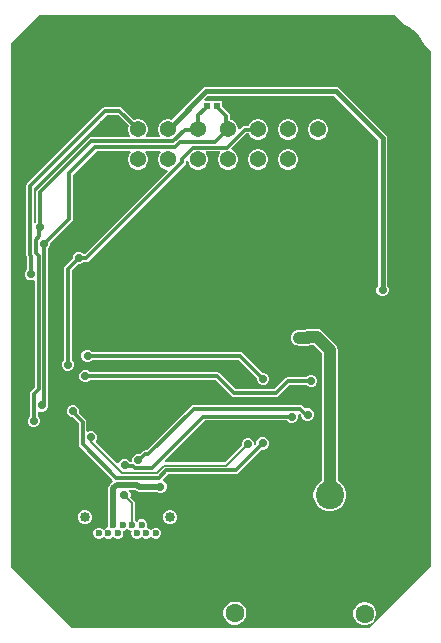
<source format=gbl>
G04*
G04 #@! TF.GenerationSoftware,Altium Limited,Altium Designer,21.6.1 (37)*
G04*
G04 Layer_Physical_Order=2*
G04 Layer_Color=16711680*
%FSLAX44Y44*%
%MOMM*%
G71*
G04*
G04 #@! TF.SameCoordinates,5872C4F4-FB42-489D-B6BF-DE351544A3BA*
G04*
G04*
G04 #@! TF.FilePolarity,Positive*
G04*
G01*
G75*
%ADD10C,0.2000*%
%ADD30R,0.5600X0.6000*%
%ADD64C,0.6000*%
%ADD75C,0.3000*%
%ADD76C,0.6000*%
%ADD77C,1.0000*%
%ADD78C,0.5000*%
%ADD79C,0.4000*%
%ADD81C,7.0000*%
%ADD82C,0.4000*%
G04:AMPARAMS|DCode=83|XSize=2.4mm|YSize=2.4mm|CornerRadius=0.6mm|HoleSize=0mm|Usage=FLASHONLY|Rotation=90.000|XOffset=0mm|YOffset=0mm|HoleType=Round|Shape=RoundedRectangle|*
%AMROUNDEDRECTD83*
21,1,2.4000,1.2000,0,0,90.0*
21,1,1.2000,2.4000,0,0,90.0*
1,1,1.2000,0.6000,0.6000*
1,1,1.2000,0.6000,-0.6000*
1,1,1.2000,-0.6000,-0.6000*
1,1,1.2000,-0.6000,0.6000*
%
%ADD83ROUNDEDRECTD83*%
%ADD84C,2.4000*%
%ADD85C,1.6000*%
%ADD86O,0.9000X1.8000*%
%ADD87O,1.5000X0.9000*%
%ADD88C,0.8500*%
%ADD89C,1.3700*%
%ADD90R,1.3700X1.3700*%
%ADD91C,0.7000*%
G36*
X445194Y420451D02*
X475701Y389944D01*
X475701Y-45944D01*
X423694Y-97951D01*
X170805Y-97951D01*
X119798Y-46944D01*
X119799Y395944D01*
X144306Y420451D01*
X445194Y420451D01*
D02*
G37*
%LPC*%
G36*
X395250Y360023D02*
X395250Y360023D01*
X285550D01*
X285550Y360023D01*
X284106Y359735D01*
X282882Y358918D01*
X282882Y358918D01*
X255973Y332009D01*
X254326Y332450D01*
X252074D01*
X249900Y331867D01*
X247950Y330742D01*
X246358Y329150D01*
X245233Y327200D01*
X244650Y325026D01*
Y322774D01*
X245233Y320600D01*
X246358Y318650D01*
X246722Y318286D01*
X246236Y317113D01*
X234764D01*
X234278Y318286D01*
X234642Y318650D01*
X235767Y320600D01*
X236350Y322774D01*
Y325026D01*
X235767Y327200D01*
X234642Y329150D01*
X233050Y330742D01*
X231100Y331867D01*
X228926Y332450D01*
X226674D01*
X224500Y331867D01*
X224466Y331848D01*
X214257Y342057D01*
X213199Y342764D01*
X211950Y343013D01*
X200025D01*
X198776Y342764D01*
X197717Y342057D01*
X134043Y278382D01*
X133336Y277324D01*
X133087Y276075D01*
Y217610D01*
X133336Y216361D01*
X133737Y215760D01*
Y205341D01*
X132592Y204196D01*
X131800Y202284D01*
Y200216D01*
X132592Y198304D01*
X134054Y196842D01*
X135966Y196050D01*
X138034D01*
X139167Y196519D01*
X140437Y195674D01*
Y105576D01*
X137243Y102382D01*
X136536Y101323D01*
X136287Y100075D01*
Y86654D01*
X136441Y85881D01*
Y81295D01*
X135092Y79946D01*
X134300Y78034D01*
Y75966D01*
X135092Y74054D01*
X136554Y72592D01*
X138466Y71800D01*
X140534D01*
X142446Y72592D01*
X143908Y74054D01*
X144700Y75966D01*
Y78034D01*
X143908Y79946D01*
X142966Y80887D01*
Y84607D01*
X144236Y85456D01*
X145216Y85050D01*
X147284D01*
X149196Y85842D01*
X150658Y87304D01*
X151450Y89216D01*
Y91284D01*
X151194Y91903D01*
X151414Y92234D01*
X151663Y93482D01*
Y223309D01*
X152158Y223804D01*
X152950Y225716D01*
Y227336D01*
X171632Y246018D01*
X172339Y247076D01*
X172588Y248325D01*
Y285474D01*
X193001Y305887D01*
X221300D01*
X221826Y304617D01*
X220958Y303750D01*
X219833Y301800D01*
X219250Y299626D01*
Y297374D01*
X219833Y295200D01*
X220958Y293250D01*
X222550Y291658D01*
X224500Y290533D01*
X226674Y289950D01*
X228926D01*
X231100Y290533D01*
X233050Y291658D01*
X234642Y293250D01*
X235767Y295200D01*
X236350Y297374D01*
Y299626D01*
X235767Y301800D01*
X234642Y303750D01*
X233774Y304617D01*
X234300Y305887D01*
X246700D01*
X247226Y304617D01*
X246358Y303750D01*
X245233Y301800D01*
X244650Y299626D01*
Y297374D01*
X245233Y295200D01*
X246358Y293250D01*
X247950Y291658D01*
X249900Y290533D01*
X252074Y289950D01*
X252589D01*
X253075Y288777D01*
X182561Y218263D01*
X181591D01*
X180446Y219408D01*
X178534Y220200D01*
X176466D01*
X174554Y219408D01*
X173092Y217946D01*
X172300Y216034D01*
Y214414D01*
X165943Y208057D01*
X165236Y206999D01*
X164987Y205750D01*
Y128841D01*
X163842Y127696D01*
X163050Y125784D01*
Y123716D01*
X163842Y121804D01*
X165304Y120342D01*
X167216Y119550D01*
X169284D01*
X171196Y120342D01*
X172658Y121804D01*
X173450Y123716D01*
Y125784D01*
X172658Y127696D01*
X171513Y128841D01*
Y204399D01*
X176914Y209800D01*
X178534D01*
X180446Y210592D01*
X181591Y211737D01*
X183913D01*
X185161Y211986D01*
X186220Y212693D01*
X267357Y293830D01*
X268064Y294889D01*
X268313Y296137D01*
Y297280D01*
X268780Y297634D01*
X269287Y297530D01*
X270133Y297066D01*
X270633Y295200D01*
X271758Y293250D01*
X273350Y291658D01*
X275300Y290533D01*
X277474Y289950D01*
X279726D01*
X281900Y290533D01*
X283850Y291658D01*
X285442Y293250D01*
X286567Y295200D01*
X287150Y297374D01*
Y299626D01*
X286567Y301800D01*
X285442Y303750D01*
X285078Y304114D01*
X285564Y305287D01*
X297036D01*
X297522Y304114D01*
X297158Y303750D01*
X296033Y301800D01*
X295450Y299626D01*
Y297374D01*
X296033Y295200D01*
X297158Y293250D01*
X298750Y291658D01*
X300700Y290533D01*
X302874Y289950D01*
X305126D01*
X307300Y290533D01*
X309250Y291658D01*
X310842Y293250D01*
X311967Y295200D01*
X312550Y297374D01*
Y299626D01*
X311967Y301800D01*
X310842Y303750D01*
X309250Y305342D01*
X307300Y306467D01*
X307024Y306541D01*
X306695Y307768D01*
X319401Y320475D01*
X321505D01*
X322558Y318650D01*
X324150Y317058D01*
X326100Y315933D01*
X328274Y315350D01*
X330526D01*
X332700Y315933D01*
X334650Y317058D01*
X336242Y318650D01*
X337367Y320600D01*
X337950Y322774D01*
Y325026D01*
X337367Y327200D01*
X336242Y329150D01*
X334650Y330742D01*
X332700Y331867D01*
X330526Y332450D01*
X328274D01*
X326100Y331867D01*
X324150Y330742D01*
X322558Y329150D01*
X321433Y327200D01*
X321379Y327000D01*
X318050D01*
X316801Y326752D01*
X315743Y326044D01*
X313723Y324025D01*
X312550Y324511D01*
Y325026D01*
X311967Y327200D01*
X310842Y329150D01*
X309250Y330742D01*
X307300Y331867D01*
X305913Y332239D01*
Y335250D01*
X305664Y336499D01*
X304957Y337557D01*
X299100Y343414D01*
Y348200D01*
X284494D01*
X284008Y349373D01*
X287113Y352477D01*
X393687D01*
X430978Y315187D01*
Y191331D01*
X430342Y190696D01*
X429550Y188784D01*
Y186716D01*
X430342Y184804D01*
X431804Y183342D01*
X433716Y182550D01*
X435784D01*
X437696Y183342D01*
X439158Y184804D01*
X439950Y186716D01*
Y188784D01*
X439158Y190696D01*
X438522Y191331D01*
Y316750D01*
X438522Y316750D01*
X438235Y318194D01*
X437418Y319418D01*
X397918Y358918D01*
X396694Y359735D01*
X395250Y360023D01*
D02*
G37*
G36*
X381326Y332450D02*
X379074D01*
X376900Y331867D01*
X374950Y330742D01*
X373358Y329150D01*
X372233Y327200D01*
X371650Y325026D01*
Y322774D01*
X372233Y320600D01*
X373358Y318650D01*
X374950Y317058D01*
X376900Y315933D01*
X379074Y315350D01*
X381326D01*
X383500Y315933D01*
X385450Y317058D01*
X387042Y318650D01*
X388167Y320600D01*
X388750Y322774D01*
Y325026D01*
X388167Y327200D01*
X387042Y329150D01*
X385450Y330742D01*
X383500Y331867D01*
X381326Y332450D01*
D02*
G37*
G36*
X355926D02*
X353674D01*
X351500Y331867D01*
X349550Y330742D01*
X347958Y329150D01*
X346833Y327200D01*
X346250Y325026D01*
Y322774D01*
X346833Y320600D01*
X347958Y318650D01*
X349550Y317058D01*
X351500Y315933D01*
X353674Y315350D01*
X355926D01*
X358100Y315933D01*
X360050Y317058D01*
X361642Y318650D01*
X362767Y320600D01*
X363350Y322774D01*
Y325026D01*
X362767Y327200D01*
X361642Y329150D01*
X360050Y330742D01*
X358100Y331867D01*
X355926Y332450D01*
D02*
G37*
G36*
Y307050D02*
X353674D01*
X351500Y306467D01*
X349550Y305342D01*
X347958Y303750D01*
X346833Y301800D01*
X346250Y299626D01*
Y297374D01*
X346833Y295200D01*
X347958Y293250D01*
X349550Y291658D01*
X351500Y290533D01*
X353674Y289950D01*
X355926D01*
X358100Y290533D01*
X360050Y291658D01*
X361642Y293250D01*
X362767Y295200D01*
X363350Y297374D01*
Y299626D01*
X362767Y301800D01*
X361642Y303750D01*
X360050Y305342D01*
X358100Y306467D01*
X355926Y307050D01*
D02*
G37*
G36*
X330526D02*
X328274D01*
X326100Y306467D01*
X324150Y305342D01*
X322558Y303750D01*
X321433Y301800D01*
X320850Y299626D01*
Y297374D01*
X321433Y295200D01*
X322558Y293250D01*
X324150Y291658D01*
X326100Y290533D01*
X328274Y289950D01*
X330526D01*
X332700Y290533D01*
X334650Y291658D01*
X336242Y293250D01*
X337367Y295200D01*
X337950Y297374D01*
Y299626D01*
X337367Y301800D01*
X336242Y303750D01*
X334650Y305342D01*
X332700Y306467D01*
X330526Y307050D01*
D02*
G37*
G36*
X186034Y137450D02*
X183966D01*
X182054Y136658D01*
X180592Y135196D01*
X179800Y133284D01*
Y131216D01*
X180592Y129304D01*
X182054Y127842D01*
X183966Y127050D01*
X186034D01*
X187946Y127842D01*
X189091Y128987D01*
X312899D01*
X328550Y113336D01*
Y111716D01*
X329342Y109804D01*
X330804Y108342D01*
X332716Y107550D01*
X334784D01*
X336696Y108342D01*
X338158Y109804D01*
X338950Y111716D01*
Y113784D01*
X338158Y115696D01*
X336696Y117158D01*
X334784Y117950D01*
X333164D01*
X316557Y134557D01*
X315499Y135264D01*
X314250Y135513D01*
X189091D01*
X187946Y136658D01*
X186034Y137450D01*
D02*
G37*
G36*
X184284Y120200D02*
X182216D01*
X180304Y119408D01*
X178842Y117946D01*
X178050Y116034D01*
Y113966D01*
X178842Y112054D01*
X180304Y110592D01*
X182216Y109800D01*
X184284D01*
X186196Y110592D01*
X187341Y111737D01*
X293649D01*
X306943Y98443D01*
X308001Y97736D01*
X309250Y97487D01*
X344421D01*
X345670Y97736D01*
X346728Y98443D01*
X355773Y107487D01*
X370159D01*
X371304Y106342D01*
X373216Y105550D01*
X375284D01*
X377196Y106342D01*
X378658Y107804D01*
X379450Y109716D01*
Y111784D01*
X378658Y113696D01*
X377196Y115158D01*
X375284Y115950D01*
X373216D01*
X371304Y115158D01*
X370159Y114013D01*
X354421D01*
X353173Y113764D01*
X352114Y113057D01*
X343070Y104013D01*
X310601D01*
X297307Y117307D01*
X296249Y118014D01*
X295000Y118263D01*
X187341D01*
X186196Y119408D01*
X184284Y120200D01*
D02*
G37*
G36*
X365218Y90713D02*
X274950D01*
X273701Y90464D01*
X272643Y89757D01*
X234966Y52080D01*
X233700D01*
X232451Y51832D01*
X231393Y51125D01*
X229233Y48964D01*
X228784Y49150D01*
X226716D01*
X224804Y48358D01*
X223342Y46896D01*
X222550Y44984D01*
Y43428D01*
X221516Y42346D01*
X220878Y42373D01*
X220792Y42580D01*
X219330Y44042D01*
X217418Y44834D01*
X215350D01*
X213438Y44042D01*
X211976Y42580D01*
X211502Y41437D01*
X210011Y41132D01*
X191499Y59645D01*
X192158Y60304D01*
X192950Y62216D01*
Y64284D01*
X192158Y66196D01*
X190696Y67658D01*
X188784Y68450D01*
X186716D01*
X185333Y67877D01*
X184063Y68576D01*
Y76200D01*
X183814Y77449D01*
X183107Y78507D01*
X177612Y84003D01*
X177700Y84216D01*
Y86284D01*
X176908Y88196D01*
X175445Y89658D01*
X173534Y90450D01*
X171466D01*
X169554Y89658D01*
X168092Y88196D01*
X167300Y86284D01*
Y84216D01*
X168092Y82304D01*
X169554Y80842D01*
X171466Y80050D01*
X172336D01*
X177537Y74849D01*
Y57200D01*
X177786Y55951D01*
X178493Y54893D01*
X206069Y27317D01*
X206610Y26258D01*
X206066Y25593D01*
X203722Y23249D01*
X202794Y21860D01*
X202468Y20221D01*
Y-9057D01*
X202050Y-10065D01*
Y-11935D01*
X202129Y-12127D01*
X201514Y-13425D01*
X200088Y-14016D01*
X199580Y-14524D01*
X198750Y-15323D01*
X197920Y-14524D01*
X197412Y-14016D01*
X195685Y-13300D01*
X193815D01*
X192088Y-14016D01*
X190765Y-15338D01*
X190050Y-17065D01*
Y-18935D01*
X190765Y-20662D01*
X192088Y-21985D01*
X193815Y-22700D01*
X195685D01*
X197412Y-21985D01*
X197920Y-21477D01*
X198750Y-20677D01*
X199580Y-21477D01*
X200088Y-21985D01*
X201815Y-22700D01*
X203685D01*
X205412Y-21985D01*
X205920Y-21477D01*
X206750Y-20677D01*
X207580Y-21477D01*
X208088Y-21985D01*
X209815Y-22700D01*
X211685D01*
X213412Y-21985D01*
X214734Y-20662D01*
X215450Y-18935D01*
Y-17065D01*
X215191Y-16439D01*
X215685Y-15700D01*
X217412Y-14985D01*
X217920Y-14476D01*
X218750Y-13677D01*
X219580Y-14476D01*
X220088Y-14985D01*
X221815Y-15700D01*
X222309Y-16439D01*
X222050Y-17065D01*
Y-18935D01*
X222766Y-20662D01*
X224088Y-21985D01*
X225815Y-22700D01*
X227685D01*
X229412Y-21985D01*
X229920Y-21477D01*
X230750Y-20677D01*
X231580Y-21477D01*
X232088Y-21985D01*
X233815Y-22700D01*
X235685D01*
X237412Y-21985D01*
X237920Y-21477D01*
X238750Y-20677D01*
X239580Y-21477D01*
X240088Y-21985D01*
X241815Y-22700D01*
X243685D01*
X245412Y-21985D01*
X246734Y-20662D01*
X247450Y-18935D01*
Y-17065D01*
X246734Y-15338D01*
X245412Y-14016D01*
X243685Y-13300D01*
X241815D01*
X240088Y-14016D01*
X239580Y-14524D01*
X238750Y-15323D01*
X237920Y-14524D01*
X237412Y-14016D01*
X235685Y-13300D01*
X235191Y-12561D01*
X235450Y-11935D01*
Y-10065D01*
X234734Y-8338D01*
X233412Y-7016D01*
X231685Y-6300D01*
X229815D01*
X228088Y-7016D01*
X227580Y-7524D01*
X226750Y-8323D01*
X225920Y-7524D01*
X225503Y-7106D01*
Y7500D01*
X225293Y8554D01*
X224697Y9447D01*
X224697Y9447D01*
X221370Y12773D01*
X221450Y12966D01*
Y15034D01*
X220658Y16946D01*
X220006Y17598D01*
X220532Y18868D01*
X225345D01*
X225741Y18472D01*
X227130Y17544D01*
X228769Y17218D01*
X243678D01*
X243804Y17092D01*
X245716Y16300D01*
X247784D01*
X249696Y17092D01*
X251158Y18554D01*
X251950Y20466D01*
Y22534D01*
X251158Y24446D01*
X249696Y25908D01*
X248957Y26214D01*
X248709Y27460D01*
X253137Y31887D01*
X310400D01*
X311649Y32136D01*
X312707Y32843D01*
X332664Y52800D01*
X334284D01*
X336196Y53592D01*
X337658Y55054D01*
X338450Y56966D01*
Y59034D01*
X337658Y60946D01*
X336196Y62408D01*
X334284Y63200D01*
X332216D01*
X330304Y62408D01*
X328842Y60946D01*
X328050Y59034D01*
Y57414D01*
X327220Y56584D01*
X325950Y57110D01*
Y58534D01*
X325158Y60446D01*
X323696Y61908D01*
X321784Y62700D01*
X319716D01*
X317804Y61908D01*
X316342Y60446D01*
X315550Y58534D01*
Y56466D01*
X315630Y56273D01*
X301460Y42103D01*
X250763D01*
X250237Y43373D01*
X284352Y77487D01*
X353909D01*
X355054Y76342D01*
X356966Y75550D01*
X359034D01*
X360946Y76342D01*
X362408Y77804D01*
X363200Y79716D01*
Y81784D01*
X363102Y82020D01*
X363915Y83377D01*
X364608Y83446D01*
X366100Y81953D01*
Y81416D01*
X366892Y79504D01*
X368354Y78042D01*
X370266Y77250D01*
X372334D01*
X374246Y78042D01*
X375708Y79504D01*
X376500Y81416D01*
Y83484D01*
X375708Y85396D01*
X374246Y86858D01*
X372334Y87650D01*
X370266D01*
X369817Y87464D01*
X367525Y89757D01*
X366466Y90464D01*
X365218Y90713D01*
D02*
G37*
G36*
X379250Y154758D02*
X371944D01*
X370195Y154528D01*
X369544Y154258D01*
X363750D01*
X362001Y154028D01*
X360371Y153352D01*
X358971Y152278D01*
X357898Y150879D01*
X357223Y149249D01*
X356992Y147500D01*
X357223Y145751D01*
X357898Y144121D01*
X358971Y142722D01*
X360371Y141648D01*
X362001Y140972D01*
X363750Y140742D01*
X371444D01*
X373193Y140972D01*
X373844Y141242D01*
X376451D01*
X383242Y134451D01*
Y26168D01*
X381588Y25213D01*
X379037Y22662D01*
X377234Y19538D01*
X376300Y16054D01*
Y12446D01*
X377234Y8962D01*
X379037Y5838D01*
X381588Y3287D01*
X384712Y1484D01*
X388196Y550D01*
X391804D01*
X395288Y1484D01*
X398412Y3287D01*
X400963Y5838D01*
X402766Y8962D01*
X403700Y12446D01*
Y16054D01*
X402766Y19538D01*
X400963Y22662D01*
X398412Y25213D01*
X396758Y26168D01*
Y137250D01*
X396528Y138999D01*
X395852Y140629D01*
X394779Y142029D01*
X384029Y152779D01*
X382629Y153852D01*
X380999Y154528D01*
X379250Y154758D01*
D02*
G37*
G36*
X255933Y1450D02*
X253566D01*
X251380Y544D01*
X249706Y-1130D01*
X248800Y-3316D01*
Y-5684D01*
X249706Y-7870D01*
X251380Y-9544D01*
X253566Y-10450D01*
X255933D01*
X258120Y-9544D01*
X259794Y-7870D01*
X260700Y-5684D01*
Y-3316D01*
X259794Y-1130D01*
X258120Y544D01*
X255933Y1450D01*
D02*
G37*
G36*
X183934D02*
X181566D01*
X179380Y544D01*
X177706Y-1130D01*
X176800Y-3316D01*
Y-5684D01*
X177706Y-7870D01*
X179380Y-9544D01*
X181566Y-10450D01*
X183934D01*
X186120Y-9544D01*
X187794Y-7870D01*
X188700Y-5684D01*
Y-3316D01*
X187794Y-1130D01*
X186120Y544D01*
X183934Y1450D01*
D02*
G37*
G36*
X311035Y-75872D02*
X308481D01*
X306014Y-76533D01*
X303802Y-77810D01*
X301996Y-79616D01*
X300719Y-81828D01*
X300058Y-84295D01*
Y-86849D01*
X300719Y-89316D01*
X301996Y-91528D01*
X303802Y-93334D01*
X306014Y-94611D01*
X308481Y-95272D01*
X311035D01*
X313502Y-94611D01*
X315714Y-93334D01*
X317520Y-91528D01*
X318797Y-89316D01*
X319458Y-86849D01*
Y-84295D01*
X318797Y-81828D01*
X317520Y-79616D01*
X315714Y-77810D01*
X313502Y-76533D01*
X311035Y-75872D01*
D02*
G37*
G36*
X421017Y-76380D02*
X418463D01*
X415996Y-77041D01*
X413784Y-78318D01*
X411978Y-80124D01*
X410701Y-82336D01*
X410040Y-84803D01*
Y-87357D01*
X410701Y-89824D01*
X411978Y-92036D01*
X413784Y-93842D01*
X415996Y-95119D01*
X418463Y-95780D01*
X421017D01*
X423484Y-95119D01*
X425696Y-93842D01*
X427502Y-92036D01*
X428779Y-89824D01*
X429440Y-87357D01*
Y-84803D01*
X428779Y-82336D01*
X427502Y-80124D01*
X425696Y-78318D01*
X423484Y-77041D01*
X421017Y-76380D01*
D02*
G37*
%LPD*%
G36*
X219852Y327234D02*
X219833Y327200D01*
X219250Y325026D01*
Y322774D01*
X219833Y320600D01*
X220958Y318650D01*
X221322Y318286D01*
X220836Y317113D01*
X187600D01*
X186351Y316864D01*
X185293Y316157D01*
X142693Y273557D01*
X141986Y272499D01*
X141737Y271250D01*
Y245341D01*
X140883Y244487D01*
X139613Y244898D01*
Y274724D01*
X201376Y336487D01*
X210599D01*
X219852Y327234D01*
D02*
G37*
D10*
X188200Y59050D02*
X214200Y33050D01*
X188200Y59050D02*
Y63050D01*
X302600Y39350D02*
X320750Y57500D01*
X250046Y39350D02*
X302600D01*
X243746Y33050D02*
X250046Y39350D01*
X214200Y33050D02*
X243746D01*
X222750Y-10500D02*
Y7500D01*
X216250Y14000D02*
X222750Y7500D01*
X222500Y-10750D02*
X222750Y-10500D01*
D30*
X294600Y343500D02*
D03*
X285900D02*
D03*
D64*
X242750Y-18000D02*
D03*
X234750D02*
D03*
X226750D02*
D03*
X194750D02*
D03*
X202750D02*
D03*
X210750D02*
D03*
X246750Y-11000D02*
D03*
X230750D02*
D03*
X222750D02*
D03*
X190750D02*
D03*
X206750D02*
D03*
X214750D02*
D03*
D75*
X302650Y326350D02*
Y335250D01*
X294600Y343300D02*
X302650Y335250D01*
Y326350D02*
X303000Y326000D01*
X294600Y343300D02*
Y343500D01*
X278600Y323900D02*
Y336000D01*
X285000Y342400D01*
Y343250D01*
X295000Y115000D02*
X309250Y100750D01*
X344421D02*
X354421Y110750D01*
X309250Y100750D02*
X344421D01*
X314250Y132250D02*
X333750Y112750D01*
X183250Y115000D02*
X295000D01*
X180800Y57200D02*
Y76200D01*
X172500Y84500D02*
X180800Y76200D01*
Y57200D02*
X209150Y28850D01*
X170757Y95750D02*
X212710D01*
X169000Y91225D02*
Y93993D01*
Y-8550D02*
Y31750D01*
X165800Y88025D02*
X169000Y91225D01*
Y31750D02*
Y79275D01*
X165800Y82475D02*
Y88025D01*
X169000Y93993D02*
X170757Y95750D01*
X165800Y82475D02*
X169000Y79275D01*
X209150Y28850D02*
X245485D01*
X168250Y205750D02*
X177500Y215000D01*
X168250Y124750D02*
Y205750D01*
X139550Y86654D02*
X139704Y86500D01*
Y77204D02*
Y86500D01*
X139500Y77000D02*
X139704Y77204D01*
X146250Y91332D02*
X148400Y93482D01*
X139550Y86654D02*
Y100075D01*
X148400Y93482D02*
Y226100D01*
X139550Y100075D02*
X143700Y104225D01*
X146250Y90250D02*
Y91332D01*
X147750Y226750D02*
X148400Y226100D01*
X141050Y219557D02*
X143700Y216907D01*
Y104225D02*
Y216907D01*
X137000Y201250D02*
Y216960D01*
X185000Y132250D02*
X314250D01*
X251785Y35150D02*
X310400D01*
X245485Y28850D02*
X251785Y35150D01*
X310400D02*
X333250Y58000D01*
X175450Y-43700D02*
Y-19500D01*
Y-76500D02*
Y-43700D01*
X247324Y-11574D02*
X251250D01*
X254176Y-14500D01*
X256500D01*
X246750Y-11000D02*
X247324Y-11574D01*
X175472Y-17250D02*
X176500D01*
X175450Y-19500D02*
Y-17272D01*
X175472Y-17250D01*
X186250Y-11574D02*
X190176D01*
X183824Y-14000D02*
X186250Y-11574D01*
X182500Y-14000D02*
X183824D01*
X190176Y-11574D02*
X190750Y-11000D01*
X169000Y-8550D02*
X176250Y-15800D01*
X212710Y95750D02*
X220960Y87500D01*
X236318Y48818D02*
X274950Y87450D01*
X227750Y43950D02*
X228832D01*
X217149Y38869D02*
X223356D01*
X233700Y48818D02*
X236318D01*
X228832Y43950D02*
X233700Y48818D01*
X239500Y37250D02*
X283000Y80750D01*
X224975Y37250D02*
X239500D01*
X223356Y38869D02*
X224975Y37250D01*
X216384Y39634D02*
X217149Y38869D01*
X283000Y80750D02*
X358000D01*
X274950Y87450D02*
X365218D01*
X136350Y276075D02*
X200025Y339750D01*
X141050Y219557D02*
Y230096D01*
X144235Y240485D02*
X145000Y241250D01*
X144235Y233281D02*
Y240485D01*
X136350Y217610D02*
Y276075D01*
Y217610D02*
X137000Y216960D01*
X141050Y230096D02*
X144235Y233281D01*
X365218Y87450D02*
X370218Y82450D01*
X371300D01*
X354421Y110750D02*
X374250D01*
X177500Y215000D02*
X183913D01*
X147750Y226750D02*
X169325Y248325D01*
Y286825D01*
X183913Y215000D02*
X265050Y296137D01*
Y299163D01*
X274437Y308550D01*
X302863D01*
X318050Y323737D02*
X329237D01*
X302863Y308550D02*
X318050Y323737D01*
X329237D02*
X329400Y323900D01*
X293350Y313250D02*
X304000Y323900D01*
X263410Y313250D02*
X293350D01*
X259310Y309150D02*
X263410Y313250D01*
X191650Y309150D02*
X259310D01*
X169325Y286825D02*
X191650Y309150D01*
X145000Y271250D02*
X187600Y313850D01*
X257363D01*
X267250Y323737D01*
X278437D01*
X278600Y323900D01*
X145000Y241250D02*
Y271250D01*
X200025Y339750D02*
X211950D01*
X227800Y323900D01*
D76*
X262624Y-18374D02*
Y-9283D01*
Y-18374D02*
X263000Y-18750D01*
X262624Y-9283D02*
X263700Y-8207D01*
X254561Y28179D02*
X263700Y19040D01*
Y-8207D02*
Y19040D01*
X254561Y28179D02*
Y28450D01*
X262050Y-48500D02*
Y-19500D01*
Y-75050D02*
Y-48500D01*
X175450Y-43700D02*
X180250Y-48500D01*
X175250Y-43500D02*
X175450Y-43700D01*
X180250Y-48500D02*
X262050D01*
Y-75050D02*
X263000Y-76000D01*
D77*
X371444Y147500D02*
X371944Y148000D01*
X363750Y147500D02*
X371444D01*
X371944Y148000D02*
X379250D01*
X390000Y15250D02*
Y137250D01*
X379250Y148000D02*
X390000Y137250D01*
Y15250D02*
X390750Y14500D01*
D78*
X206750Y-11000D02*
Y20221D01*
X246750Y21500D02*
X246750Y21500D01*
X228769Y21500D02*
X246750D01*
X227119Y23150D02*
X228769Y21500D01*
X209679Y23150D02*
X227119D01*
X206750Y20221D02*
X209679Y23150D01*
D79*
X254750Y325450D02*
X285550Y356250D01*
X395250D02*
X434750Y316750D01*
X285550Y356250D02*
X395250D01*
X434750Y187750D02*
Y316750D01*
X254750Y324750D02*
Y325450D01*
D81*
X438000Y381250D02*
D03*
X158000Y380750D02*
D03*
D82*
X326000Y224100D02*
D03*
X341000D02*
D03*
Y209100D02*
D03*
X326000D02*
D03*
Y239100D02*
D03*
X341000D02*
D03*
D83*
Y14250D02*
D03*
D84*
X390000D02*
D03*
D85*
X309758Y-85572D02*
D03*
X419740Y-86080D02*
D03*
D86*
X262050Y-76500D02*
D03*
X175450D02*
D03*
X262050Y-19500D02*
D03*
X175450D02*
D03*
D87*
X178700Y-14500D02*
D03*
X258800D02*
D03*
D88*
X254750Y-4500D02*
D03*
X182750D02*
D03*
D89*
X202400Y298500D02*
D03*
X227800D02*
D03*
Y323900D02*
D03*
X253200Y298500D02*
D03*
Y323900D02*
D03*
X278600Y298500D02*
D03*
Y323900D02*
D03*
X304000Y298500D02*
D03*
Y323900D02*
D03*
X329400Y298500D02*
D03*
Y323900D02*
D03*
X354800Y298500D02*
D03*
Y323900D02*
D03*
X380200Y298500D02*
D03*
Y323900D02*
D03*
D90*
X202400D02*
D03*
D91*
X333750Y112750D02*
D03*
X187750Y63250D02*
D03*
X183250Y115000D02*
D03*
X168250Y124750D02*
D03*
X161550Y166000D02*
D03*
X139500Y77000D02*
D03*
X146250Y90250D02*
D03*
X137000Y201250D02*
D03*
X185000Y132250D02*
D03*
X466000Y366000D02*
D03*
X456000Y346000D02*
D03*
X466000Y326000D02*
D03*
X456000Y306000D02*
D03*
X466000Y286000D02*
D03*
X456000Y266000D02*
D03*
X466000Y246000D02*
D03*
X456000Y226000D02*
D03*
X466000Y206000D02*
D03*
X456000Y186000D02*
D03*
X466000Y166000D02*
D03*
X456000Y146000D02*
D03*
X466000Y126000D02*
D03*
X456000Y106000D02*
D03*
X466000Y86000D02*
D03*
X456000Y66000D02*
D03*
X466000Y46000D02*
D03*
X456000Y26000D02*
D03*
X466000Y6000D02*
D03*
X456000Y-14000D02*
D03*
X466000Y-34000D02*
D03*
X456000Y-54000D02*
D03*
X446000Y406000D02*
D03*
X436000Y346000D02*
D03*
X446000Y326000D02*
D03*
Y286000D02*
D03*
Y166000D02*
D03*
X436000Y146000D02*
D03*
X446000Y126000D02*
D03*
X436000Y106000D02*
D03*
X446000Y86000D02*
D03*
X436000Y66000D02*
D03*
X446000Y46000D02*
D03*
X436000Y26000D02*
D03*
X446000Y6000D02*
D03*
X436000Y-14000D02*
D03*
X446000Y-34000D02*
D03*
X436000Y-54000D02*
D03*
X426000Y406000D02*
D03*
X416000Y386000D02*
D03*
Y306000D02*
D03*
Y266000D02*
D03*
X426000Y246000D02*
D03*
X416000Y226000D02*
D03*
Y186000D02*
D03*
X426000Y166000D02*
D03*
X416000Y146000D02*
D03*
X426000Y126000D02*
D03*
X416000Y106000D02*
D03*
X426000Y86000D02*
D03*
X416000Y66000D02*
D03*
X426000Y46000D02*
D03*
X416000Y26000D02*
D03*
X426000Y6000D02*
D03*
X416000Y-14000D02*
D03*
X426000Y-34000D02*
D03*
X416000Y-54000D02*
D03*
X426000Y-74000D02*
D03*
X406000Y406000D02*
D03*
X396000Y386000D02*
D03*
X406000Y366000D02*
D03*
Y326000D02*
D03*
Y286000D02*
D03*
X396000Y266000D02*
D03*
X406000Y246000D02*
D03*
X396000Y226000D02*
D03*
X406000Y206000D02*
D03*
X396000Y186000D02*
D03*
X406000Y166000D02*
D03*
X396000Y146000D02*
D03*
X406000Y126000D02*
D03*
Y86000D02*
D03*
Y46000D02*
D03*
Y6000D02*
D03*
X396000Y-14000D02*
D03*
X406000Y-34000D02*
D03*
X396000Y-54000D02*
D03*
X406000Y-74000D02*
D03*
X396000Y-94000D02*
D03*
X386000Y406000D02*
D03*
X376000Y386000D02*
D03*
X386000Y366000D02*
D03*
Y286000D02*
D03*
X376000Y266000D02*
D03*
X386000Y246000D02*
D03*
X376000Y26000D02*
D03*
Y-14000D02*
D03*
X386000Y-34000D02*
D03*
X376000Y-54000D02*
D03*
X386000Y-74000D02*
D03*
X376000Y-94000D02*
D03*
X366000Y406000D02*
D03*
X356000Y386000D02*
D03*
X366000Y366000D02*
D03*
Y286000D02*
D03*
X356000Y26000D02*
D03*
X366000Y6000D02*
D03*
X356000Y-14000D02*
D03*
X366000Y-34000D02*
D03*
X356000Y-54000D02*
D03*
X366000Y-74000D02*
D03*
X356000Y-94000D02*
D03*
X346000Y406000D02*
D03*
X336000Y386000D02*
D03*
X346000Y366000D02*
D03*
Y286000D02*
D03*
Y166000D02*
D03*
X336000Y146000D02*
D03*
X346000Y46000D02*
D03*
X336000Y-14000D02*
D03*
X346000Y-34000D02*
D03*
X336000Y-54000D02*
D03*
X346000Y-74000D02*
D03*
X336000Y-94000D02*
D03*
X326000Y406000D02*
D03*
X316000Y386000D02*
D03*
X326000Y366000D02*
D03*
X316000Y306000D02*
D03*
X326000Y286000D02*
D03*
Y166000D02*
D03*
X316000Y26000D02*
D03*
X326000Y6000D02*
D03*
X316000Y-14000D02*
D03*
X326000Y-34000D02*
D03*
X316000Y-54000D02*
D03*
X326000Y-74000D02*
D03*
X306000Y406000D02*
D03*
X296000Y386000D02*
D03*
X306000Y366000D02*
D03*
X296000Y186000D02*
D03*
X306000Y166000D02*
D03*
X296000Y66000D02*
D03*
Y26000D02*
D03*
X306000Y6000D02*
D03*
X296000Y-14000D02*
D03*
X306000Y-34000D02*
D03*
X296000Y-54000D02*
D03*
Y-94000D02*
D03*
X286000Y406000D02*
D03*
X276000Y386000D02*
D03*
X286000Y366000D02*
D03*
X276000Y266000D02*
D03*
X286000Y46000D02*
D03*
X276000Y26000D02*
D03*
X286000Y6000D02*
D03*
X276000Y-14000D02*
D03*
Y-54000D02*
D03*
X286000Y-74000D02*
D03*
X276000Y-94000D02*
D03*
X266000Y406000D02*
D03*
X256000Y386000D02*
D03*
X266000Y366000D02*
D03*
X256000Y346000D02*
D03*
Y266000D02*
D03*
X266000Y246000D02*
D03*
X256000Y226000D02*
D03*
Y186000D02*
D03*
X266000Y6000D02*
D03*
X256000Y-54000D02*
D03*
Y-94000D02*
D03*
X246000Y406000D02*
D03*
X236000Y386000D02*
D03*
X246000Y366000D02*
D03*
X236000Y346000D02*
D03*
X246000Y246000D02*
D03*
X236000Y226000D02*
D03*
X246000Y206000D02*
D03*
Y166000D02*
D03*
X236000Y-54000D02*
D03*
X246000Y-74000D02*
D03*
X236000Y-94000D02*
D03*
X226000Y406000D02*
D03*
X216000Y386000D02*
D03*
X226000Y366000D02*
D03*
X216000Y346000D02*
D03*
Y-54000D02*
D03*
X226000Y-74000D02*
D03*
X216000Y-94000D02*
D03*
X206000Y406000D02*
D03*
X196000Y386000D02*
D03*
X206000Y366000D02*
D03*
X196000Y346000D02*
D03*
Y266000D02*
D03*
X206000Y206000D02*
D03*
X196000Y186000D02*
D03*
X206000Y166000D02*
D03*
X196000Y146000D02*
D03*
Y26000D02*
D03*
X206000Y-34000D02*
D03*
X196000Y-54000D02*
D03*
X206000Y-74000D02*
D03*
X196000Y-94000D02*
D03*
X186000Y406000D02*
D03*
Y366000D02*
D03*
X176000Y346000D02*
D03*
X186000Y246000D02*
D03*
Y206000D02*
D03*
Y166000D02*
D03*
X176000Y26000D02*
D03*
X186000Y6000D02*
D03*
Y-34000D02*
D03*
X176000Y-54000D02*
D03*
X186000Y-74000D02*
D03*
X176000Y-94000D02*
D03*
X166000Y406000D02*
D03*
X156000Y346000D02*
D03*
X166000Y326000D02*
D03*
X156000Y306000D02*
D03*
Y66000D02*
D03*
X166000Y46000D02*
D03*
X156000Y26000D02*
D03*
X166000Y6000D02*
D03*
X156000Y-14000D02*
D03*
X166000Y-34000D02*
D03*
X156000Y-54000D02*
D03*
X166000Y-74000D02*
D03*
X146000Y406000D02*
D03*
X136000Y386000D02*
D03*
Y346000D02*
D03*
X146000Y326000D02*
D03*
X136000Y306000D02*
D03*
Y186000D02*
D03*
Y146000D02*
D03*
Y106000D02*
D03*
Y66000D02*
D03*
X146000Y46000D02*
D03*
X136000Y26000D02*
D03*
X146000Y6000D02*
D03*
X136000Y-14000D02*
D03*
X146000Y-34000D02*
D03*
X136000Y-54000D02*
D03*
X254561Y28450D02*
D03*
X168750Y31750D02*
D03*
X220960Y87500D02*
D03*
X216384Y39634D02*
D03*
X227750Y43950D02*
D03*
X320750Y57500D02*
D03*
X172500Y85250D02*
D03*
X333250Y58000D02*
D03*
X358000Y80750D02*
D03*
X371300Y82450D02*
D03*
X374250Y110750D02*
D03*
X246750Y21500D02*
D03*
X363750Y147500D02*
D03*
X379444Y148009D02*
D03*
X371944Y147509D02*
D03*
X177500Y215000D02*
D03*
X147750Y226750D02*
D03*
X145000Y241250D02*
D03*
X434750Y187750D02*
D03*
X216250Y14000D02*
D03*
M02*

</source>
